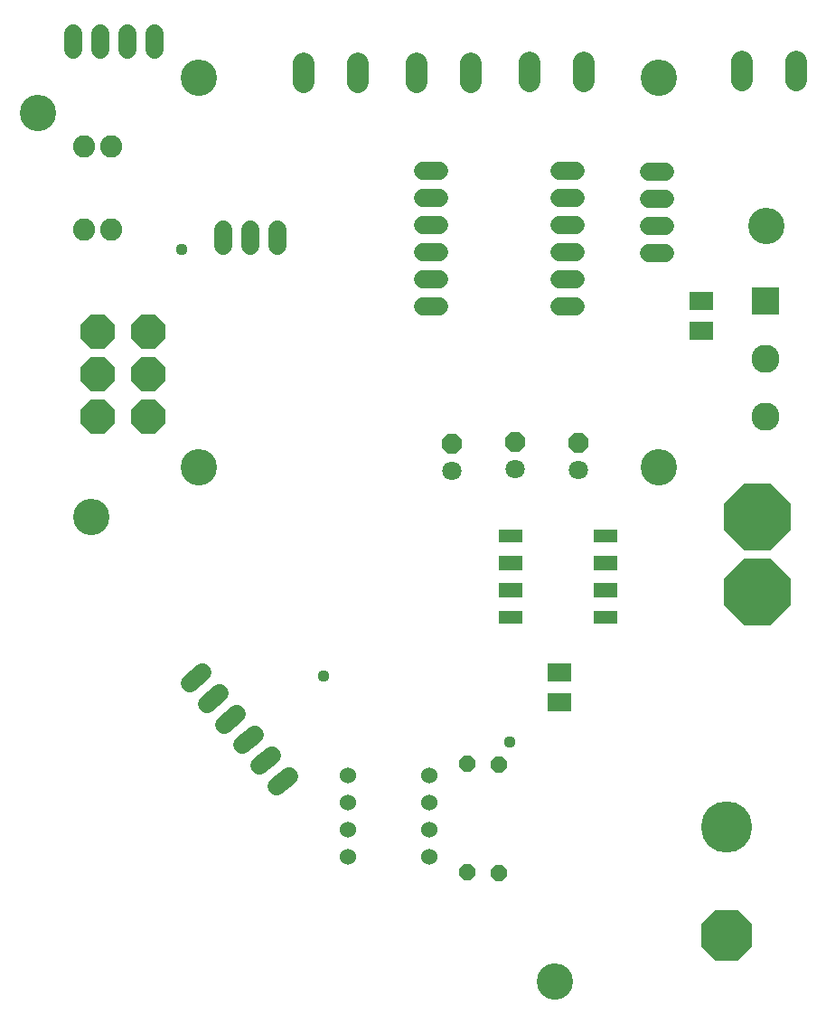
<source format=gbr>
G04 EAGLE Gerber RS-274X export*
G75*
%MOMM*%
%FSLAX34Y34*%
%LPD*%
%INSoldermask Bottom*%
%IPPOS*%
%AMOC8*
5,1,8,0,0,1.08239X$1,22.5*%
G01*
%ADD10C,3.403200*%
%ADD11P,1.951982X8X112.500000*%
%ADD12C,1.803400*%
%ADD13C,4.800600*%
%ADD14P,5.196121X8X292.500000*%
%ADD15C,2.082800*%
%ADD16C,1.524000*%
%ADD17R,2.203200X1.219200*%
%ADD18R,2.203200X1.473200*%
%ADD19R,2.633200X2.633200*%
%ADD20C,2.633200*%
%ADD21R,2.203200X1.803200*%
%ADD22P,1.649562X8X112.500000*%
%ADD23P,1.649562X8X292.500000*%
%ADD24P,3.477827X8X22.500000*%
%ADD25C,1.993900*%
%ADD26C,1.727200*%
%ADD27P,6.731600X8X292.500000*%
%ADD28C,1.109600*%


D10*
X27660Y889370D03*
X512387Y75888D03*
X77506Y510770D03*
X609599Y557232D03*
X710208Y783751D03*
X178599Y922232D03*
X609599Y922232D03*
X178599Y557232D03*
D11*
X533900Y580800D03*
D12*
X533900Y555400D03*
D11*
X474900Y580900D03*
D12*
X474900Y555500D03*
D11*
X415900Y580000D03*
D12*
X415900Y554600D03*
D13*
X673100Y220900D03*
D14*
X673100Y119300D03*
D15*
X71000Y780500D03*
X96400Y780500D03*
D16*
X394700Y192400D03*
X394700Y217800D03*
X318500Y217800D03*
X318500Y192400D03*
X394700Y243200D03*
X394700Y268600D03*
X318500Y243200D03*
X318500Y268600D03*
D17*
X559800Y493300D03*
D18*
X559800Y467900D03*
X559800Y442500D03*
D17*
X559800Y417100D03*
X470800Y417100D03*
D18*
X470800Y442500D03*
X470800Y467900D03*
D17*
X470800Y493300D03*
D19*
X709600Y713700D03*
D20*
X709600Y659200D03*
X709600Y604700D03*
D21*
X649400Y713700D03*
X649400Y685700D03*
X516400Y365200D03*
X516400Y337200D03*
D22*
X430100Y178100D03*
X430100Y279700D03*
D23*
X459900Y278900D03*
X459900Y177300D03*
D24*
X83624Y604568D03*
X83624Y644700D03*
X83624Y684832D03*
X131376Y684832D03*
X131376Y644700D03*
X131376Y604568D03*
D25*
X687400Y919797D02*
X687400Y937704D01*
X738200Y937704D02*
X738200Y919797D01*
D26*
X201600Y780220D02*
X201600Y764980D01*
X227000Y764980D02*
X227000Y780220D01*
X252400Y780220D02*
X252400Y764980D01*
D15*
X70600Y857800D03*
X96000Y857800D03*
D26*
X137100Y948380D02*
X137100Y963620D01*
X111700Y963620D02*
X111700Y948380D01*
X86300Y948380D02*
X86300Y963620D01*
X60900Y963620D02*
X60900Y948380D01*
D25*
X539400Y937304D02*
X539400Y919397D01*
X488600Y919397D02*
X488600Y937304D01*
X433400Y936304D02*
X433400Y918397D01*
X382600Y918397D02*
X382600Y936304D01*
X327400Y936304D02*
X327400Y918397D01*
X276600Y918397D02*
X276600Y936304D01*
D26*
X516180Y835100D02*
X531420Y835100D01*
X531420Y809700D02*
X516180Y809700D01*
X516180Y784300D02*
X531420Y784300D01*
X531420Y758900D02*
X516180Y758900D01*
X516180Y733500D02*
X531420Y733500D01*
X531420Y708100D02*
X516180Y708100D01*
X403620Y835500D02*
X388380Y835500D01*
X388380Y810100D02*
X403620Y810100D01*
X403620Y784700D02*
X388380Y784700D01*
X388380Y759300D02*
X403620Y759300D01*
X403620Y733900D02*
X388380Y733900D01*
X388380Y708500D02*
X403620Y708500D01*
D27*
X701300Y511000D03*
X701300Y441000D03*
D26*
X615580Y757890D02*
X600340Y757890D01*
X600340Y783290D02*
X615580Y783290D01*
X615580Y808690D02*
X600340Y808690D01*
X600340Y834090D02*
X615580Y834090D01*
X214264Y326497D02*
X202589Y316701D01*
X186263Y336158D02*
X197937Y345954D01*
X181610Y365412D02*
X169936Y355616D01*
X218916Y297243D02*
X230591Y307039D01*
X246917Y287582D02*
X235243Y277786D01*
X251570Y258328D02*
X263244Y268124D01*
D28*
X295100Y361700D03*
X162000Y761800D03*
X470000Y300000D03*
M02*

</source>
